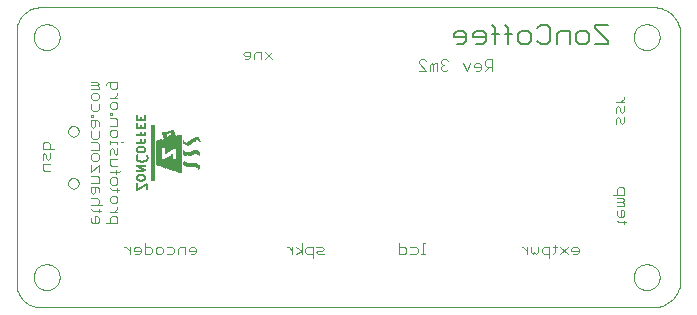
<source format=gbo>
G75*
%MOIN*%
%OFA0B0*%
%FSLAX24Y24*%
%IPPOS*%
%LPD*%
%AMOC8*
5,1,8,0,0,1.08239X$1,22.5*
%
%ADD10C,0.0000*%
%ADD11C,0.0060*%
%ADD12C,0.0030*%
%ADD13R,0.0005X0.0050*%
%ADD14R,0.0005X0.0060*%
%ADD15R,0.0005X0.0080*%
%ADD16R,0.0005X0.0100*%
%ADD17R,0.0005X0.0045*%
%ADD18R,0.0005X0.0130*%
%ADD19R,0.0005X0.0050*%
%ADD20R,0.0005X0.0180*%
%ADD21R,0.0005X0.0240*%
%ADD22R,0.0005X0.0110*%
%ADD23R,0.0005X0.0145*%
%ADD24R,0.0005X0.0125*%
%ADD25R,0.0005X0.0165*%
%ADD26R,0.0005X0.0140*%
%ADD27R,0.0005X0.0055*%
%ADD28R,0.0005X0.0135*%
%ADD29R,0.0005X0.0195*%
%ADD30R,0.0005X0.0150*%
%ADD31R,0.0005X0.0060*%
%ADD32R,0.0005X0.0070*%
%ADD33R,0.0005X0.0065*%
%ADD34R,0.0005X0.0055*%
%ADD35R,0.0005X0.0025*%
%ADD36R,0.0005X0.0020*%
%ADD37R,0.0005X0.0005*%
%ADD38R,0.0005X0.0075*%
%ADD39R,0.0005X0.0085*%
%ADD40R,0.0005X0.0090*%
%ADD41R,0.0005X0.0095*%
%ADD42R,0.0005X0.0160*%
%ADD43R,0.0005X0.0175*%
%ADD44R,0.0005X0.0120*%
%ADD45R,0.0005X0.0035*%
%ADD46R,0.0005X0.0040*%
%ADD47R,0.0005X0.0015*%
%ADD48R,0.0005X0.0210*%
%ADD49R,0.0005X0.0030*%
%ADD50R,0.0005X0.1840*%
%ADD51R,0.0005X0.0810*%
%ADD52R,0.0005X0.0815*%
%ADD53R,0.0005X0.0820*%
%ADD54R,0.0005X0.0825*%
%ADD55R,0.0005X0.0830*%
%ADD56R,0.0005X0.0835*%
%ADD57R,0.0005X0.0840*%
%ADD58R,0.0005X0.0845*%
%ADD59R,0.0005X0.0850*%
%ADD60R,0.0005X0.0860*%
%ADD61R,0.0005X0.0865*%
%ADD62R,0.0005X0.0870*%
%ADD63R,0.0005X0.0880*%
%ADD64R,0.0005X0.0890*%
%ADD65R,0.0005X0.0900*%
%ADD66R,0.0005X0.0910*%
%ADD67R,0.0005X0.0915*%
%ADD68R,0.0005X0.0920*%
%ADD69R,0.0005X0.0265*%
%ADD70R,0.0005X0.0275*%
%ADD71R,0.0005X0.0270*%
%ADD72R,0.0005X0.0280*%
%ADD73R,0.0005X0.0285*%
%ADD74R,0.0005X0.0290*%
%ADD75R,0.0005X0.0105*%
%ADD76R,0.0005X0.0295*%
%ADD77R,0.0005X0.0155*%
%ADD78R,0.0005X0.0190*%
%ADD79R,0.0005X0.0505*%
%ADD80R,0.0005X0.0510*%
%ADD81R,0.0005X0.0300*%
%ADD82R,0.0005X0.0515*%
%ADD83R,0.0005X0.0310*%
%ADD84R,0.0005X0.0315*%
%ADD85R,0.0005X0.0520*%
%ADD86R,0.0005X0.0325*%
%ADD87R,0.0005X0.0715*%
%ADD88R,0.0005X0.0330*%
%ADD89R,0.0005X0.0340*%
%ADD90R,0.0005X0.0620*%
%ADD91R,0.0005X0.0605*%
%ADD92R,0.0005X0.0345*%
%ADD93R,0.0005X0.0590*%
%ADD94R,0.0005X0.0575*%
%ADD95R,0.0005X0.0355*%
%ADD96R,0.0005X0.0560*%
%ADD97R,0.0005X0.0360*%
%ADD98R,0.0005X0.0545*%
%ADD99R,0.0005X0.0530*%
%ADD100R,0.0005X0.0370*%
%ADD101R,0.0005X0.0525*%
%ADD102R,0.0005X0.0375*%
%ADD103R,0.0005X0.0380*%
%ADD104R,0.0005X0.0385*%
%ADD105R,0.0005X0.0390*%
%ADD106R,0.0005X0.0395*%
%ADD107R,0.0005X0.0400*%
%ADD108R,0.0005X0.0405*%
%ADD109R,0.0005X0.0410*%
%ADD110R,0.0005X0.0420*%
%ADD111R,0.0005X0.0425*%
%ADD112R,0.0005X0.0435*%
%ADD113R,0.0005X0.0440*%
%ADD114R,0.0005X0.0445*%
%ADD115R,0.0005X0.0450*%
%ADD116R,0.0005X0.0455*%
%ADD117R,0.0005X0.0500*%
%ADD118R,0.0005X0.0460*%
%ADD119R,0.0005X0.0465*%
%ADD120R,0.0005X0.0470*%
%ADD121R,0.0005X0.0495*%
%ADD122R,0.0005X0.0475*%
%ADD123R,0.0005X0.0485*%
%ADD124R,0.0005X0.0490*%
%ADD125R,0.0005X0.0645*%
%ADD126R,0.0005X0.0640*%
%ADD127R,0.0005X0.0635*%
%ADD128R,0.0005X0.0535*%
%ADD129R,0.0005X0.0540*%
%ADD130R,0.0005X0.0630*%
%ADD131R,0.0005X0.0625*%
%ADD132R,0.0005X0.0610*%
%ADD133R,0.0005X0.0595*%
%ADD134R,0.0005X0.0480*%
%ADD135R,0.0005X0.0415*%
%ADD136R,0.0005X0.0430*%
%ADD137R,0.0005X0.1200*%
%ADD138R,0.0005X0.1205*%
%ADD139R,0.0005X0.1210*%
%ADD140R,0.0005X0.1220*%
%ADD141R,0.0005X0.1225*%
%ADD142R,0.0005X0.1230*%
%ADD143R,0.0005X0.1240*%
%ADD144R,0.0005X0.1250*%
%ADD145R,0.0005X0.1255*%
%ADD146R,0.0005X0.1260*%
%ADD147R,0.0005X0.1270*%
%ADD148R,0.0005X0.1275*%
%ADD149R,0.0005X0.1280*%
%ADD150R,0.0005X0.1285*%
%ADD151R,0.0005X0.0115*%
D10*
X002087Y001180D02*
X022383Y001180D01*
X023420Y001967D02*
X023420Y010389D01*
X023411Y010446D01*
X023398Y010502D01*
X023381Y010558D01*
X023361Y010612D01*
X023337Y010665D01*
X023310Y010716D01*
X023280Y010766D01*
X023247Y010813D01*
X023211Y010858D01*
X023173Y010901D01*
X023131Y010942D01*
X023088Y010980D01*
X023042Y011015D01*
X022993Y011047D01*
X022943Y011076D01*
X022891Y011101D01*
X022838Y011124D01*
X022783Y011143D01*
X022728Y011158D01*
X022671Y011170D01*
X022614Y011179D01*
X022556Y011184D01*
X022498Y011185D01*
X022441Y011183D01*
X022383Y011176D01*
X002087Y011176D01*
X002033Y011174D01*
X001980Y011169D01*
X001927Y011160D01*
X001875Y011147D01*
X001823Y011131D01*
X001773Y011111D01*
X001725Y011088D01*
X001678Y011061D01*
X001633Y011032D01*
X001590Y010999D01*
X001550Y010964D01*
X001512Y010926D01*
X001477Y010886D01*
X001444Y010843D01*
X001415Y010798D01*
X001388Y010751D01*
X001365Y010703D01*
X001345Y010653D01*
X001329Y010601D01*
X001316Y010549D01*
X001307Y010496D01*
X001302Y010443D01*
X001300Y010389D01*
X001300Y001967D01*
X001302Y001913D01*
X001307Y001860D01*
X001316Y001807D01*
X001329Y001755D01*
X001345Y001703D01*
X001365Y001653D01*
X001388Y001605D01*
X001415Y001558D01*
X001444Y001513D01*
X001477Y001470D01*
X001512Y001430D01*
X001550Y001392D01*
X001590Y001357D01*
X001633Y001324D01*
X001678Y001295D01*
X001725Y001268D01*
X001773Y001245D01*
X001823Y001225D01*
X001875Y001209D01*
X001927Y001196D01*
X001980Y001187D01*
X002033Y001182D01*
X002087Y001180D01*
X001867Y002180D02*
X001869Y002221D01*
X001875Y002262D01*
X001885Y002302D01*
X001898Y002341D01*
X001915Y002378D01*
X001936Y002414D01*
X001960Y002448D01*
X001987Y002479D01*
X002016Y002507D01*
X002049Y002533D01*
X002083Y002555D01*
X002120Y002574D01*
X002158Y002589D01*
X002198Y002601D01*
X002238Y002609D01*
X002279Y002613D01*
X002321Y002613D01*
X002362Y002609D01*
X002402Y002601D01*
X002442Y002589D01*
X002480Y002574D01*
X002516Y002555D01*
X002551Y002533D01*
X002584Y002507D01*
X002613Y002479D01*
X002640Y002448D01*
X002664Y002414D01*
X002685Y002378D01*
X002702Y002341D01*
X002715Y002302D01*
X002725Y002262D01*
X002731Y002221D01*
X002733Y002180D01*
X002731Y002139D01*
X002725Y002098D01*
X002715Y002058D01*
X002702Y002019D01*
X002685Y001982D01*
X002664Y001946D01*
X002640Y001912D01*
X002613Y001881D01*
X002584Y001853D01*
X002551Y001827D01*
X002517Y001805D01*
X002480Y001786D01*
X002442Y001771D01*
X002402Y001759D01*
X002362Y001751D01*
X002321Y001747D01*
X002279Y001747D01*
X002238Y001751D01*
X002198Y001759D01*
X002158Y001771D01*
X002120Y001786D01*
X002084Y001805D01*
X002049Y001827D01*
X002016Y001853D01*
X001987Y001881D01*
X001960Y001912D01*
X001936Y001946D01*
X001915Y001982D01*
X001898Y002019D01*
X001885Y002058D01*
X001875Y002098D01*
X001869Y002139D01*
X001867Y002180D01*
X003017Y005314D02*
X003019Y005340D01*
X003025Y005366D01*
X003035Y005391D01*
X003048Y005414D01*
X003064Y005434D01*
X003084Y005452D01*
X003106Y005467D01*
X003129Y005479D01*
X003155Y005487D01*
X003181Y005491D01*
X003207Y005491D01*
X003233Y005487D01*
X003259Y005479D01*
X003283Y005467D01*
X003304Y005452D01*
X003324Y005434D01*
X003340Y005414D01*
X003353Y005391D01*
X003363Y005366D01*
X003369Y005340D01*
X003371Y005314D01*
X003369Y005288D01*
X003363Y005262D01*
X003353Y005237D01*
X003340Y005214D01*
X003324Y005194D01*
X003304Y005176D01*
X003282Y005161D01*
X003259Y005149D01*
X003233Y005141D01*
X003207Y005137D01*
X003181Y005137D01*
X003155Y005141D01*
X003129Y005149D01*
X003105Y005161D01*
X003084Y005176D01*
X003064Y005194D01*
X003048Y005214D01*
X003035Y005237D01*
X003025Y005262D01*
X003019Y005288D01*
X003017Y005314D01*
X003017Y007046D02*
X003019Y007072D01*
X003025Y007098D01*
X003035Y007123D01*
X003048Y007146D01*
X003064Y007166D01*
X003084Y007184D01*
X003106Y007199D01*
X003129Y007211D01*
X003155Y007219D01*
X003181Y007223D01*
X003207Y007223D01*
X003233Y007219D01*
X003259Y007211D01*
X003283Y007199D01*
X003304Y007184D01*
X003324Y007166D01*
X003340Y007146D01*
X003353Y007123D01*
X003363Y007098D01*
X003369Y007072D01*
X003371Y007046D01*
X003369Y007020D01*
X003363Y006994D01*
X003353Y006969D01*
X003340Y006946D01*
X003324Y006926D01*
X003304Y006908D01*
X003282Y006893D01*
X003259Y006881D01*
X003233Y006873D01*
X003207Y006869D01*
X003181Y006869D01*
X003155Y006873D01*
X003129Y006881D01*
X003105Y006893D01*
X003084Y006908D01*
X003064Y006926D01*
X003048Y006946D01*
X003035Y006969D01*
X003025Y006994D01*
X003019Y007020D01*
X003017Y007046D01*
X001867Y010180D02*
X001869Y010221D01*
X001875Y010262D01*
X001885Y010302D01*
X001898Y010341D01*
X001915Y010378D01*
X001936Y010414D01*
X001960Y010448D01*
X001987Y010479D01*
X002016Y010507D01*
X002049Y010533D01*
X002083Y010555D01*
X002120Y010574D01*
X002158Y010589D01*
X002198Y010601D01*
X002238Y010609D01*
X002279Y010613D01*
X002321Y010613D01*
X002362Y010609D01*
X002402Y010601D01*
X002442Y010589D01*
X002480Y010574D01*
X002516Y010555D01*
X002551Y010533D01*
X002584Y010507D01*
X002613Y010479D01*
X002640Y010448D01*
X002664Y010414D01*
X002685Y010378D01*
X002702Y010341D01*
X002715Y010302D01*
X002725Y010262D01*
X002731Y010221D01*
X002733Y010180D01*
X002731Y010139D01*
X002725Y010098D01*
X002715Y010058D01*
X002702Y010019D01*
X002685Y009982D01*
X002664Y009946D01*
X002640Y009912D01*
X002613Y009881D01*
X002584Y009853D01*
X002551Y009827D01*
X002517Y009805D01*
X002480Y009786D01*
X002442Y009771D01*
X002402Y009759D01*
X002362Y009751D01*
X002321Y009747D01*
X002279Y009747D01*
X002238Y009751D01*
X002198Y009759D01*
X002158Y009771D01*
X002120Y009786D01*
X002084Y009805D01*
X002049Y009827D01*
X002016Y009853D01*
X001987Y009881D01*
X001960Y009912D01*
X001936Y009946D01*
X001915Y009982D01*
X001898Y010019D01*
X001885Y010058D01*
X001875Y010098D01*
X001869Y010139D01*
X001867Y010180D01*
X021867Y010180D02*
X021869Y010221D01*
X021875Y010262D01*
X021885Y010302D01*
X021898Y010341D01*
X021915Y010378D01*
X021936Y010414D01*
X021960Y010448D01*
X021987Y010479D01*
X022016Y010507D01*
X022049Y010533D01*
X022083Y010555D01*
X022120Y010574D01*
X022158Y010589D01*
X022198Y010601D01*
X022238Y010609D01*
X022279Y010613D01*
X022321Y010613D01*
X022362Y010609D01*
X022402Y010601D01*
X022442Y010589D01*
X022480Y010574D01*
X022516Y010555D01*
X022551Y010533D01*
X022584Y010507D01*
X022613Y010479D01*
X022640Y010448D01*
X022664Y010414D01*
X022685Y010378D01*
X022702Y010341D01*
X022715Y010302D01*
X022725Y010262D01*
X022731Y010221D01*
X022733Y010180D01*
X022731Y010139D01*
X022725Y010098D01*
X022715Y010058D01*
X022702Y010019D01*
X022685Y009982D01*
X022664Y009946D01*
X022640Y009912D01*
X022613Y009881D01*
X022584Y009853D01*
X022551Y009827D01*
X022517Y009805D01*
X022480Y009786D01*
X022442Y009771D01*
X022402Y009759D01*
X022362Y009751D01*
X022321Y009747D01*
X022279Y009747D01*
X022238Y009751D01*
X022198Y009759D01*
X022158Y009771D01*
X022120Y009786D01*
X022084Y009805D01*
X022049Y009827D01*
X022016Y009853D01*
X021987Y009881D01*
X021960Y009912D01*
X021936Y009946D01*
X021915Y009982D01*
X021898Y010019D01*
X021885Y010058D01*
X021875Y010098D01*
X021869Y010139D01*
X021867Y010180D01*
X021867Y002180D02*
X021869Y002221D01*
X021875Y002262D01*
X021885Y002302D01*
X021898Y002341D01*
X021915Y002378D01*
X021936Y002414D01*
X021960Y002448D01*
X021987Y002479D01*
X022016Y002507D01*
X022049Y002533D01*
X022083Y002555D01*
X022120Y002574D01*
X022158Y002589D01*
X022198Y002601D01*
X022238Y002609D01*
X022279Y002613D01*
X022321Y002613D01*
X022362Y002609D01*
X022402Y002601D01*
X022442Y002589D01*
X022480Y002574D01*
X022516Y002555D01*
X022551Y002533D01*
X022584Y002507D01*
X022613Y002479D01*
X022640Y002448D01*
X022664Y002414D01*
X022685Y002378D01*
X022702Y002341D01*
X022715Y002302D01*
X022725Y002262D01*
X022731Y002221D01*
X022733Y002180D01*
X022731Y002139D01*
X022725Y002098D01*
X022715Y002058D01*
X022702Y002019D01*
X022685Y001982D01*
X022664Y001946D01*
X022640Y001912D01*
X022613Y001881D01*
X022584Y001853D01*
X022551Y001827D01*
X022517Y001805D01*
X022480Y001786D01*
X022442Y001771D01*
X022402Y001759D01*
X022362Y001751D01*
X022321Y001747D01*
X022279Y001747D01*
X022238Y001751D01*
X022198Y001759D01*
X022158Y001771D01*
X022120Y001786D01*
X022084Y001805D01*
X022049Y001827D01*
X022016Y001853D01*
X021987Y001881D01*
X021960Y001912D01*
X021936Y001946D01*
X021915Y001982D01*
X021898Y002019D01*
X021885Y002058D01*
X021875Y002098D01*
X021869Y002139D01*
X021867Y002180D01*
X022383Y001180D02*
X022441Y001173D01*
X022498Y001171D01*
X022556Y001172D01*
X022614Y001177D01*
X022671Y001186D01*
X022728Y001198D01*
X022783Y001213D01*
X022838Y001232D01*
X022891Y001255D01*
X022943Y001280D01*
X022993Y001309D01*
X023042Y001341D01*
X023088Y001376D01*
X023131Y001414D01*
X023173Y001455D01*
X023211Y001498D01*
X023247Y001543D01*
X023280Y001590D01*
X023310Y001640D01*
X023337Y001691D01*
X023361Y001744D01*
X023381Y001798D01*
X023398Y001854D01*
X023411Y001910D01*
X023420Y001967D01*
D11*
X021020Y009960D02*
X020593Y009960D01*
X020375Y010067D02*
X020269Y009960D01*
X020055Y009960D01*
X019948Y010067D01*
X019948Y010280D01*
X020055Y010387D01*
X020269Y010387D01*
X020375Y010280D01*
X020375Y010067D01*
X020593Y010494D02*
X021020Y010067D01*
X021020Y009960D01*
X020593Y010494D02*
X020593Y010601D01*
X021020Y010601D01*
X019731Y010387D02*
X019731Y009960D01*
X019304Y009960D02*
X019304Y010280D01*
X019411Y010387D01*
X019731Y010387D01*
X019086Y010494D02*
X019086Y010067D01*
X018980Y009960D01*
X018766Y009960D01*
X018659Y010067D01*
X018442Y010067D02*
X018335Y009960D01*
X018122Y009960D01*
X018015Y010067D01*
X018015Y010280D01*
X018122Y010387D01*
X018335Y010387D01*
X018442Y010280D01*
X018442Y010067D01*
X017797Y010280D02*
X017584Y010280D01*
X017368Y010280D02*
X017154Y010280D01*
X016938Y010280D02*
X016938Y010067D01*
X016831Y009960D01*
X016618Y009960D01*
X016293Y010067D02*
X016293Y010280D01*
X016187Y010387D01*
X015973Y010387D01*
X015866Y010280D01*
X015866Y010174D01*
X016293Y010174D01*
X016293Y010067D02*
X016187Y009960D01*
X015973Y009960D01*
X016511Y010174D02*
X016938Y010174D01*
X016938Y010280D02*
X016831Y010387D01*
X016618Y010387D01*
X016511Y010280D01*
X016511Y010174D01*
X017154Y010601D02*
X017261Y010494D01*
X017261Y009960D01*
X017690Y009960D02*
X017690Y010494D01*
X017584Y010601D01*
X018659Y010494D02*
X018766Y010601D01*
X018980Y010601D01*
X019086Y010494D01*
D12*
X017160Y009440D02*
X016975Y009440D01*
X016913Y009379D01*
X016913Y009255D01*
X016975Y009193D01*
X017160Y009193D01*
X017160Y009070D02*
X017160Y009440D01*
X017037Y009193D02*
X016913Y009070D01*
X016792Y009132D02*
X016792Y009255D01*
X016730Y009317D01*
X016607Y009317D01*
X016545Y009255D01*
X016545Y009193D01*
X016792Y009193D01*
X016792Y009132D02*
X016730Y009070D01*
X016607Y009070D01*
X016300Y009070D02*
X016423Y009317D01*
X016176Y009317D02*
X016300Y009070D01*
X015687Y009132D02*
X015625Y009070D01*
X015502Y009070D01*
X015440Y009132D01*
X015440Y009193D01*
X015502Y009255D01*
X015563Y009255D01*
X015502Y009255D02*
X015440Y009317D01*
X015440Y009379D01*
X015502Y009440D01*
X015625Y009440D01*
X015687Y009379D01*
X015318Y009317D02*
X015257Y009317D01*
X015195Y009255D01*
X015133Y009317D01*
X015072Y009255D01*
X015072Y009070D01*
X014950Y009070D02*
X014703Y009317D01*
X014703Y009379D01*
X014765Y009440D01*
X014888Y009440D01*
X014950Y009379D01*
X015195Y009255D02*
X015195Y009070D01*
X015318Y009070D02*
X015318Y009317D01*
X014950Y009070D02*
X014703Y009070D01*
X009824Y009443D02*
X009577Y009690D01*
X009455Y009690D02*
X009455Y009443D01*
X009577Y009443D02*
X009824Y009690D01*
X009455Y009690D02*
X009270Y009690D01*
X009208Y009628D01*
X009208Y009443D01*
X009087Y009505D02*
X009025Y009443D01*
X008902Y009443D01*
X008902Y009567D02*
X009087Y009567D01*
X009087Y009505D02*
X009087Y009690D01*
X008902Y009690D01*
X008840Y009628D01*
X008902Y009567D01*
X004662Y008699D02*
X004662Y008513D01*
X004600Y008452D01*
X004477Y008452D01*
X004415Y008513D01*
X004415Y008699D01*
X004353Y008699D02*
X004662Y008699D01*
X004353Y008699D02*
X004292Y008637D01*
X004292Y008575D01*
X004037Y008513D02*
X004037Y008452D01*
X003790Y008452D01*
X003790Y008575D02*
X003975Y008575D01*
X004037Y008637D01*
X003975Y008699D01*
X003790Y008699D01*
X003975Y008575D02*
X004037Y008513D01*
X003975Y008330D02*
X004037Y008269D01*
X004037Y008145D01*
X003975Y008083D01*
X003852Y008083D01*
X003790Y008145D01*
X003790Y008269D01*
X003852Y008330D01*
X003975Y008330D01*
X004037Y007962D02*
X004037Y007777D01*
X003975Y007715D01*
X003852Y007715D01*
X003790Y007777D01*
X003790Y007962D01*
X004415Y007962D02*
X004415Y007838D01*
X004477Y007776D01*
X004600Y007776D01*
X004662Y007838D01*
X004662Y007962D01*
X004600Y008023D01*
X004477Y008023D01*
X004415Y007962D01*
X004415Y008145D02*
X004662Y008145D01*
X004662Y008268D02*
X004538Y008145D01*
X004662Y008268D02*
X004662Y008330D01*
X004477Y007654D02*
X004415Y007654D01*
X004415Y007592D01*
X004477Y007592D01*
X004477Y007654D01*
X004415Y007471D02*
X004600Y007471D01*
X004662Y007409D01*
X004662Y007224D01*
X004415Y007224D01*
X004477Y007103D02*
X004600Y007103D01*
X004662Y007041D01*
X004662Y006917D01*
X004600Y006856D01*
X004477Y006856D01*
X004415Y006917D01*
X004415Y007041D01*
X004477Y007103D01*
X004037Y007041D02*
X004037Y006856D01*
X003975Y006794D01*
X003852Y006794D01*
X003790Y006856D01*
X003790Y007041D01*
X003852Y007163D02*
X003913Y007224D01*
X003913Y007409D01*
X003975Y007409D02*
X003790Y007409D01*
X003790Y007224D01*
X003852Y007163D01*
X004037Y007224D02*
X004037Y007348D01*
X003975Y007409D01*
X003852Y007531D02*
X003852Y007593D01*
X003790Y007593D01*
X003790Y007531D01*
X003852Y007531D01*
X004415Y006734D02*
X004415Y006610D01*
X004415Y006672D02*
X004662Y006672D01*
X004662Y006610D01*
X004662Y006489D02*
X004662Y006304D01*
X004600Y006242D01*
X004538Y006304D01*
X004538Y006427D01*
X004477Y006489D01*
X004415Y006427D01*
X004415Y006242D01*
X004415Y006120D02*
X004662Y006120D01*
X004662Y005873D02*
X004477Y005873D01*
X004415Y005935D01*
X004415Y006120D01*
X004037Y006119D02*
X004037Y006243D01*
X003975Y006305D01*
X003852Y006305D01*
X003790Y006243D01*
X003790Y006119D01*
X003852Y006058D01*
X003975Y006058D01*
X004037Y006119D01*
X004037Y005936D02*
X003790Y005689D01*
X003790Y005936D01*
X004037Y005936D02*
X004037Y005689D01*
X003975Y005568D02*
X004037Y005506D01*
X004037Y005321D01*
X003790Y005321D01*
X003790Y005200D02*
X003790Y005014D01*
X003852Y004953D01*
X003913Y005014D01*
X003913Y005200D01*
X003975Y005200D02*
X003790Y005200D01*
X003975Y005200D02*
X004037Y005138D01*
X004037Y005014D01*
X004415Y005138D02*
X004477Y005076D01*
X004724Y005076D01*
X004662Y005014D02*
X004662Y005138D01*
X004600Y005260D02*
X004477Y005260D01*
X004415Y005321D01*
X004415Y005445D01*
X004477Y005506D01*
X004600Y005506D01*
X004662Y005445D01*
X004662Y005321D01*
X004600Y005260D01*
X004600Y004893D02*
X004477Y004893D01*
X004415Y004831D01*
X004415Y004707D01*
X004477Y004646D01*
X004600Y004646D01*
X004662Y004707D01*
X004662Y004831D01*
X004600Y004893D01*
X004037Y004770D02*
X004037Y004646D01*
X003975Y004584D01*
X004037Y004462D02*
X004037Y004339D01*
X004099Y004401D02*
X003852Y004401D01*
X003790Y004462D01*
X003790Y004584D02*
X004160Y004584D01*
X004415Y004339D02*
X004662Y004339D01*
X004662Y004462D02*
X004538Y004339D01*
X004477Y004217D02*
X004415Y004156D01*
X004415Y003971D01*
X004292Y003971D02*
X004662Y003971D01*
X004662Y004156D01*
X004600Y004217D01*
X004477Y004217D01*
X004037Y004156D02*
X003975Y004217D01*
X003913Y004217D01*
X003913Y003971D01*
X003852Y003971D02*
X003975Y003971D01*
X004037Y004032D01*
X004037Y004156D01*
X003790Y004156D02*
X003790Y004032D01*
X003852Y003971D01*
X004662Y004462D02*
X004662Y004524D01*
X004037Y004770D02*
X003975Y004831D01*
X003790Y004831D01*
X003790Y005568D02*
X003975Y005568D01*
X004415Y005690D02*
X004724Y005690D01*
X004785Y005751D01*
X004600Y005751D02*
X004600Y005628D01*
X004037Y006426D02*
X003790Y006426D01*
X003790Y006673D02*
X003975Y006673D01*
X004037Y006611D01*
X004037Y006426D01*
X004785Y006672D02*
X004847Y006672D01*
X002535Y006452D02*
X002165Y006452D01*
X002165Y006637D01*
X002227Y006699D01*
X002350Y006699D01*
X002412Y006637D01*
X002412Y006452D01*
X002412Y006330D02*
X002412Y006145D01*
X002350Y006083D01*
X002288Y006145D01*
X002288Y006269D01*
X002227Y006330D01*
X002165Y006269D01*
X002165Y006083D01*
X002165Y005962D02*
X002412Y005962D01*
X002412Y005715D02*
X002227Y005715D01*
X002165Y005777D01*
X002165Y005962D01*
X005565Y003315D02*
X005565Y002945D01*
X005750Y002945D01*
X005812Y003007D01*
X005812Y003130D01*
X005750Y003192D01*
X005565Y003192D01*
X005443Y003130D02*
X005443Y003007D01*
X005382Y002945D01*
X005258Y002945D01*
X005197Y003068D02*
X005443Y003068D01*
X005443Y003130D02*
X005382Y003192D01*
X005258Y003192D01*
X005197Y003130D01*
X005197Y003068D01*
X005075Y003068D02*
X004952Y003192D01*
X004890Y003192D01*
X005075Y003192D02*
X005075Y002945D01*
X005933Y003007D02*
X005933Y003130D01*
X005995Y003192D01*
X006118Y003192D01*
X006180Y003130D01*
X006180Y003007D01*
X006118Y002945D01*
X005995Y002945D01*
X005933Y003007D01*
X006301Y002945D02*
X006487Y002945D01*
X006548Y003007D01*
X006548Y003130D01*
X006487Y003192D01*
X006301Y003192D01*
X006670Y003130D02*
X006670Y002945D01*
X006670Y003130D02*
X006732Y003192D01*
X006917Y003192D01*
X006917Y002945D01*
X007038Y003068D02*
X007285Y003068D01*
X007285Y003007D02*
X007285Y003130D01*
X007223Y003192D01*
X007100Y003192D01*
X007038Y003130D01*
X007038Y003068D01*
X007100Y002945D02*
X007223Y002945D01*
X007285Y003007D01*
X010306Y003192D02*
X010368Y003192D01*
X010491Y003068D01*
X010491Y002945D02*
X010491Y003192D01*
X010613Y003192D02*
X010798Y003068D01*
X010613Y002945D01*
X010798Y002945D02*
X010798Y003315D01*
X010982Y003192D02*
X010920Y003130D01*
X010920Y003007D01*
X010982Y002945D01*
X011167Y002945D01*
X011167Y002822D02*
X011167Y003192D01*
X010982Y003192D01*
X011288Y003192D02*
X011473Y003192D01*
X011535Y003130D01*
X011473Y003068D01*
X011350Y003068D01*
X011288Y003007D01*
X011350Y002945D01*
X011535Y002945D01*
X014049Y002945D02*
X014234Y002945D01*
X014296Y003007D01*
X014296Y003130D01*
X014234Y003192D01*
X014049Y003192D01*
X014049Y003315D02*
X014049Y002945D01*
X014418Y002945D02*
X014603Y002945D01*
X014664Y003007D01*
X014664Y003130D01*
X014603Y003192D01*
X014418Y003192D01*
X014787Y002945D02*
X014910Y002945D01*
X014848Y002945D02*
X014848Y003315D01*
X014910Y003315D01*
X018131Y003192D02*
X018193Y003192D01*
X018316Y003068D01*
X018316Y002945D02*
X018316Y003192D01*
X018438Y003192D02*
X018438Y003007D01*
X018499Y002945D01*
X018561Y003007D01*
X018623Y002945D01*
X018685Y003007D01*
X018685Y003192D01*
X018806Y003130D02*
X018806Y003007D01*
X018868Y002945D01*
X019053Y002945D01*
X019175Y002945D02*
X019237Y003007D01*
X019237Y003254D01*
X019298Y003192D02*
X019175Y003192D01*
X019053Y003192D02*
X018868Y003192D01*
X018806Y003130D01*
X019053Y003192D02*
X019053Y002822D01*
X019420Y002945D02*
X019667Y003192D01*
X019788Y003130D02*
X019788Y003068D01*
X020035Y003068D01*
X020035Y003007D02*
X020035Y003130D01*
X019973Y003192D01*
X019850Y003192D01*
X019788Y003130D01*
X019850Y002945D02*
X019973Y002945D01*
X020035Y003007D01*
X019667Y002945D02*
X019420Y003192D01*
X021315Y004068D02*
X021377Y004007D01*
X021624Y004007D01*
X021562Y004068D02*
X021562Y003945D01*
X021500Y004191D02*
X021377Y004191D01*
X021315Y004252D01*
X021315Y004376D01*
X021438Y004437D02*
X021438Y004191D01*
X021500Y004191D02*
X021562Y004252D01*
X021562Y004376D01*
X021500Y004437D01*
X021438Y004437D01*
X021315Y004559D02*
X021562Y004559D01*
X021562Y004621D01*
X021500Y004682D01*
X021562Y004744D01*
X021500Y004806D01*
X021315Y004806D01*
X021315Y004927D02*
X021315Y005112D01*
X021377Y005174D01*
X021500Y005174D01*
X021562Y005112D01*
X021562Y004927D01*
X021192Y004927D01*
X021315Y004682D02*
X021500Y004682D01*
X021475Y007276D02*
X021537Y007338D01*
X021537Y007523D01*
X021475Y007645D02*
X021413Y007706D01*
X021413Y007830D01*
X021352Y007892D01*
X021290Y007830D01*
X021290Y007645D01*
X021352Y007523D02*
X021413Y007462D01*
X021413Y007338D01*
X021475Y007276D01*
X021290Y007276D02*
X021290Y007462D01*
X021352Y007523D01*
X021475Y007645D02*
X021537Y007706D01*
X021537Y007892D01*
X021537Y008013D02*
X021290Y008013D01*
X021413Y008013D02*
X021537Y008137D01*
X021537Y008198D01*
D13*
X005300Y006433D03*
X005300Y005493D03*
D14*
X005300Y006158D03*
D15*
X005340Y006098D03*
X005375Y005873D03*
X005380Y005873D03*
X005570Y005748D03*
X005575Y005748D03*
X005580Y005748D03*
X005305Y005493D03*
X005305Y006433D03*
X006470Y007033D03*
X006890Y006663D03*
X007415Y006748D03*
X007410Y005848D03*
D16*
X007270Y005918D03*
X007120Y005908D03*
X007115Y005908D03*
X007045Y005908D03*
X007040Y005908D03*
X006900Y005983D03*
X006980Y006278D03*
X006985Y006278D03*
X006990Y006278D03*
X007000Y006273D03*
X007005Y006273D03*
X007010Y006273D03*
X007015Y006273D03*
X007020Y006273D03*
X007025Y006273D03*
X007030Y006273D03*
X007035Y006273D03*
X006965Y006283D03*
X007255Y006343D03*
X007260Y006343D03*
X007300Y006343D03*
X007305Y006343D03*
X007310Y006343D03*
X007315Y006343D03*
X007320Y006343D03*
X007335Y006338D03*
X007020Y006633D03*
X007015Y006633D03*
X007010Y006633D03*
X007005Y006633D03*
X007000Y006633D03*
X006960Y006633D03*
X007290Y006778D03*
X007295Y006778D03*
X007300Y006778D03*
X007305Y006778D03*
X007310Y006778D03*
X007315Y006778D03*
X007330Y006778D03*
X007335Y006778D03*
X007340Y006778D03*
X007345Y006778D03*
X007365Y006773D03*
X007380Y006768D03*
X005695Y006163D03*
X005305Y006158D03*
X005310Y006433D03*
X005310Y005493D03*
D17*
X005360Y005560D03*
X005370Y005565D03*
X005380Y005570D03*
X005395Y005575D03*
X005400Y005575D03*
X005415Y005580D03*
X005420Y005580D03*
X005425Y005580D03*
X005505Y005580D03*
X005510Y005580D03*
X005530Y005575D03*
X005535Y005575D03*
X005545Y005570D03*
X005550Y005570D03*
X005560Y005565D03*
X005570Y005425D03*
X005560Y005420D03*
X005550Y005415D03*
X005535Y005410D03*
X005530Y005410D03*
X005515Y005405D03*
X005510Y005405D03*
X005485Y005400D03*
X005480Y005400D03*
X005475Y005400D03*
X005470Y005400D03*
X005465Y005400D03*
X005460Y005400D03*
X005455Y005400D03*
X005450Y005400D03*
X005445Y005400D03*
X005440Y005400D03*
X005420Y005405D03*
X005415Y005405D03*
X005410Y005405D03*
X005400Y005410D03*
X005395Y005410D03*
X005390Y005410D03*
X005380Y005415D03*
X005375Y005415D03*
X005365Y005420D03*
X005365Y005730D03*
X005360Y005730D03*
X005355Y005730D03*
X005350Y005730D03*
X005345Y005730D03*
X005340Y005730D03*
X005335Y005730D03*
X005330Y005730D03*
X005325Y005730D03*
X005320Y005730D03*
X005315Y005730D03*
X005310Y005730D03*
X005370Y005730D03*
X005375Y005730D03*
X005380Y005730D03*
X005385Y005730D03*
X005390Y005730D03*
X005395Y005730D03*
X005400Y005730D03*
X005405Y005730D03*
X005410Y005730D03*
X005415Y005730D03*
X005420Y005730D03*
X005425Y005730D03*
X005430Y005730D03*
X005435Y005730D03*
X005440Y005730D03*
X005445Y005730D03*
X005450Y005730D03*
X005455Y005730D03*
X005460Y005730D03*
X005465Y005730D03*
X005470Y005730D03*
X005475Y005730D03*
X005480Y005730D03*
X005485Y005730D03*
X005490Y005730D03*
X005495Y005730D03*
X005500Y005730D03*
X005505Y005730D03*
X005510Y005730D03*
X005515Y005730D03*
X005520Y005730D03*
X005525Y005730D03*
X005530Y005730D03*
X005535Y005730D03*
X005505Y005795D03*
X005495Y005800D03*
X005485Y005805D03*
X005475Y005810D03*
X005465Y005815D03*
X005455Y005820D03*
X005445Y005825D03*
X005440Y005825D03*
X005430Y005830D03*
X005420Y005835D03*
X005410Y005840D03*
X005410Y005890D03*
X005415Y005890D03*
X005420Y005890D03*
X005425Y005890D03*
X005430Y005890D03*
X005435Y005890D03*
X005440Y005890D03*
X005445Y005890D03*
X005450Y005890D03*
X005455Y005890D03*
X005460Y005890D03*
X005465Y005890D03*
X005470Y005890D03*
X005475Y005890D03*
X005480Y005890D03*
X005485Y005890D03*
X005490Y005890D03*
X005495Y005890D03*
X005500Y005890D03*
X005505Y005890D03*
X005510Y005890D03*
X005515Y005890D03*
X005520Y005890D03*
X005525Y005890D03*
X005530Y005890D03*
X005535Y005890D03*
X005540Y005890D03*
X005545Y005890D03*
X005550Y005890D03*
X005555Y005890D03*
X005560Y005890D03*
X005565Y005890D03*
X005570Y005890D03*
X005575Y005890D03*
X005580Y005890D03*
X005585Y005890D03*
X005590Y005890D03*
X005595Y005890D03*
X005600Y005890D03*
X005605Y005890D03*
X005610Y005890D03*
X005615Y005890D03*
X005620Y005890D03*
X005445Y006035D03*
X005310Y005890D03*
X005345Y006230D03*
X005390Y006350D03*
X005395Y006350D03*
X005400Y006350D03*
X005410Y006345D03*
X005415Y006345D03*
X005420Y006345D03*
X005425Y006345D03*
X005430Y006345D03*
X005385Y006355D03*
X005380Y006355D03*
X005370Y006360D03*
X005360Y006365D03*
X005365Y006505D03*
X005375Y006510D03*
X005380Y006510D03*
X005390Y006515D03*
X005395Y006515D03*
X005410Y006520D03*
X005415Y006520D03*
X005420Y006520D03*
X005460Y006525D03*
X005465Y006525D03*
X005470Y006525D03*
X005510Y006520D03*
X005515Y006520D03*
X005530Y006515D03*
X005535Y006515D03*
X005550Y006510D03*
X005560Y006505D03*
X005570Y006500D03*
X005570Y006365D03*
X005560Y006360D03*
X005550Y006355D03*
X005545Y006355D03*
X005535Y006350D03*
X005530Y006350D03*
X005515Y006345D03*
X005510Y006345D03*
X005505Y006345D03*
X005505Y006910D03*
X005500Y006910D03*
X005495Y006910D03*
X005510Y006910D03*
X005515Y006910D03*
X005520Y006910D03*
X005525Y006910D03*
X005530Y006910D03*
X005535Y006910D03*
X005540Y006910D03*
X005545Y006910D03*
X005550Y006910D03*
X005555Y006910D03*
X005560Y006910D03*
X005565Y006910D03*
X005570Y006910D03*
X005575Y006910D03*
X005580Y006910D03*
X005445Y006910D03*
X005440Y006910D03*
X005435Y006910D03*
X005430Y006910D03*
X005425Y006910D03*
X005420Y006910D03*
X005415Y006910D03*
X005410Y006910D03*
X005405Y006910D03*
X005400Y006910D03*
X005395Y006910D03*
X005390Y006910D03*
X005385Y006910D03*
X005380Y006910D03*
X005375Y006910D03*
X005370Y006910D03*
X005365Y006910D03*
X005360Y006910D03*
X005355Y006910D03*
X005350Y006910D03*
X005345Y006910D03*
X005340Y006910D03*
X005335Y006910D03*
X005330Y006910D03*
X005325Y006910D03*
X005320Y006910D03*
X005315Y006910D03*
X005310Y006910D03*
X006890Y005970D03*
D18*
X006940Y005958D03*
X007355Y005878D03*
X007360Y005873D03*
X007365Y005868D03*
X007370Y005863D03*
X007400Y005838D03*
X007130Y006688D03*
X007135Y006693D03*
X007140Y006693D03*
X007145Y006698D03*
X007150Y006703D03*
X007155Y006708D03*
X007165Y006713D03*
X007170Y006718D03*
X007180Y006723D03*
X007185Y006728D03*
X007190Y006733D03*
X007195Y006733D03*
X007200Y006738D03*
X005690Y006163D03*
X005310Y006158D03*
X005605Y006433D03*
X005605Y005493D03*
D19*
X005580Y005553D03*
X005575Y005558D03*
X005570Y005558D03*
X005565Y005563D03*
X005555Y005568D03*
X005540Y005573D03*
X005525Y005578D03*
X005520Y005578D03*
X005515Y005578D03*
X005500Y005583D03*
X005495Y005583D03*
X005490Y005583D03*
X005485Y005583D03*
X005480Y005583D03*
X005475Y005583D03*
X005470Y005583D03*
X005465Y005583D03*
X005460Y005583D03*
X005455Y005583D03*
X005450Y005583D03*
X005445Y005583D03*
X005440Y005583D03*
X005435Y005583D03*
X005430Y005583D03*
X005410Y005578D03*
X005405Y005578D03*
X005390Y005573D03*
X005385Y005573D03*
X005375Y005568D03*
X005365Y005563D03*
X005355Y005558D03*
X005350Y005553D03*
X005350Y005433D03*
X005355Y005428D03*
X005360Y005423D03*
X005370Y005418D03*
X005385Y005413D03*
X005405Y005408D03*
X005425Y005403D03*
X005430Y005403D03*
X005435Y005403D03*
X005490Y005403D03*
X005495Y005403D03*
X005500Y005403D03*
X005505Y005403D03*
X005520Y005408D03*
X005525Y005408D03*
X005540Y005413D03*
X005545Y005413D03*
X005555Y005418D03*
X005565Y005423D03*
X005575Y005428D03*
X005580Y005433D03*
X005440Y005153D03*
X005430Y005148D03*
X005365Y005113D03*
X005355Y005108D03*
X005530Y005783D03*
X005535Y005783D03*
X005525Y005788D03*
X005520Y005788D03*
X005515Y005793D03*
X005510Y005793D03*
X005500Y005798D03*
X005490Y005803D03*
X005480Y005808D03*
X005470Y005813D03*
X005460Y005818D03*
X005450Y005823D03*
X005435Y005828D03*
X005425Y005833D03*
X005415Y005838D03*
X005320Y005888D03*
X005315Y005888D03*
X005395Y006048D03*
X005400Y006048D03*
X005390Y006053D03*
X005410Y006043D03*
X005415Y006043D03*
X005420Y006043D03*
X005425Y006038D03*
X005430Y006038D03*
X005435Y006038D03*
X005440Y006038D03*
X005450Y006033D03*
X005455Y006033D03*
X005460Y006033D03*
X005465Y006033D03*
X005470Y006033D03*
X005475Y006033D03*
X005480Y006033D03*
X005485Y006033D03*
X005490Y006033D03*
X005495Y006033D03*
X005500Y006033D03*
X005505Y006033D03*
X005510Y006033D03*
X005515Y006033D03*
X005520Y006033D03*
X005525Y006033D03*
X005530Y006033D03*
X005535Y006033D03*
X005540Y006033D03*
X005550Y006038D03*
X005555Y006038D03*
X005560Y006038D03*
X005565Y006038D03*
X005575Y006043D03*
X005580Y006043D03*
X005590Y006048D03*
X005605Y006053D03*
X005660Y006223D03*
X005575Y006368D03*
X005580Y006373D03*
X005565Y006363D03*
X005555Y006358D03*
X005540Y006353D03*
X005525Y006348D03*
X005520Y006348D03*
X005500Y006343D03*
X005495Y006343D03*
X005490Y006343D03*
X005485Y006343D03*
X005480Y006343D03*
X005475Y006343D03*
X005470Y006343D03*
X005465Y006343D03*
X005460Y006343D03*
X005455Y006343D03*
X005450Y006343D03*
X005445Y006343D03*
X005440Y006343D03*
X005435Y006343D03*
X005405Y006348D03*
X005375Y006358D03*
X005365Y006363D03*
X005355Y006368D03*
X005350Y006373D03*
X005355Y006498D03*
X005360Y006503D03*
X005370Y006508D03*
X005385Y006513D03*
X005400Y006518D03*
X005405Y006518D03*
X005425Y006523D03*
X005430Y006523D03*
X005435Y006523D03*
X005440Y006523D03*
X005445Y006523D03*
X005450Y006523D03*
X005455Y006523D03*
X005475Y006523D03*
X005480Y006523D03*
X005485Y006523D03*
X005490Y006523D03*
X005495Y006523D03*
X005500Y006523D03*
X005505Y006523D03*
X005520Y006518D03*
X005525Y006518D03*
X005540Y006513D03*
X005545Y006513D03*
X005555Y006508D03*
X005565Y006503D03*
X005575Y006498D03*
X005580Y006493D03*
X005580Y006668D03*
X005575Y006668D03*
X005570Y006668D03*
X005565Y006668D03*
X005560Y006668D03*
X005555Y006668D03*
X005550Y006668D03*
X005545Y006668D03*
X005540Y006668D03*
X005535Y006668D03*
X005530Y006668D03*
X005525Y006668D03*
X005520Y006668D03*
X005515Y006668D03*
X005510Y006668D03*
X005505Y006668D03*
X005500Y006668D03*
X005495Y006668D03*
X005450Y006668D03*
X005445Y006668D03*
X005440Y006668D03*
X005435Y006668D03*
X005430Y006668D03*
X005425Y006668D03*
X005420Y006668D03*
X005415Y006668D03*
X005410Y006668D03*
X005405Y006668D03*
X005400Y006668D03*
X005395Y006668D03*
X005390Y006668D03*
X005385Y006668D03*
X005380Y006668D03*
X005375Y006668D03*
X005370Y006668D03*
X005365Y006668D03*
X005360Y006668D03*
X005355Y006668D03*
X005350Y006668D03*
X005345Y006668D03*
X005340Y006668D03*
X005335Y006668D03*
X005330Y006668D03*
X005325Y006668D03*
X005320Y006668D03*
X005315Y006668D03*
X005310Y006668D03*
X005450Y006913D03*
X005450Y007153D03*
X005445Y007153D03*
X005440Y007153D03*
X005435Y007153D03*
X005430Y007153D03*
X005425Y007153D03*
X005420Y007153D03*
X005415Y007153D03*
X005410Y007153D03*
X005405Y007153D03*
X005400Y007153D03*
X005395Y007153D03*
X005390Y007153D03*
X005385Y007153D03*
X005380Y007153D03*
X005375Y007153D03*
X005370Y007153D03*
X005365Y007153D03*
X005360Y007153D03*
X005355Y007153D03*
X005350Y007153D03*
X005495Y007153D03*
X005500Y007153D03*
X005505Y007153D03*
X005510Y007153D03*
X005515Y007153D03*
X005520Y007153D03*
X005525Y007153D03*
X005530Y007153D03*
X005535Y007153D03*
X005540Y007153D03*
X005545Y007153D03*
X005550Y007153D03*
X005555Y007153D03*
X005560Y007153D03*
X005565Y007153D03*
X005570Y007153D03*
X005575Y007153D03*
X005580Y007153D03*
X005580Y007423D03*
X005575Y007423D03*
X005570Y007423D03*
X005565Y007423D03*
X005560Y007423D03*
X005555Y007423D03*
X005550Y007423D03*
X005545Y007423D03*
X005540Y007423D03*
X005535Y007423D03*
X005530Y007423D03*
X005525Y007423D03*
X005520Y007423D03*
X005515Y007423D03*
X005510Y007423D03*
X005505Y007423D03*
X005500Y007423D03*
X005495Y007423D03*
X005450Y007423D03*
X005445Y007423D03*
X005440Y007423D03*
X005435Y007423D03*
X005430Y007423D03*
X005425Y007423D03*
X005420Y007423D03*
X005415Y007423D03*
X005410Y007423D03*
X005405Y007423D03*
X005400Y007423D03*
X005395Y007423D03*
X005390Y007423D03*
X005385Y007423D03*
X005380Y007423D03*
X005375Y007423D03*
X005370Y007423D03*
X005365Y007423D03*
X005360Y007423D03*
X005355Y007423D03*
X005350Y007423D03*
X006195Y006958D03*
X007425Y006728D03*
D20*
X005675Y006168D03*
X005670Y006163D03*
X005665Y006158D03*
X005325Y006163D03*
X005325Y007218D03*
X005320Y007218D03*
X005315Y007218D03*
X005310Y007218D03*
X005330Y007218D03*
X005335Y007218D03*
X005340Y007218D03*
X005345Y007218D03*
X005345Y007488D03*
X005340Y007488D03*
X005335Y007488D03*
X005330Y007488D03*
X005325Y007488D03*
X005320Y007488D03*
X005315Y007488D03*
X005310Y007488D03*
D21*
X005315Y005198D03*
X005320Y005198D03*
X005325Y005198D03*
X005330Y005198D03*
X005335Y005198D03*
X005340Y005198D03*
X005345Y005198D03*
D22*
X005315Y005493D03*
X005615Y005493D03*
X006980Y005928D03*
X006990Y005923D03*
X007000Y005918D03*
X007160Y005913D03*
X007195Y005918D03*
X007305Y005908D03*
X007310Y005908D03*
X007315Y005903D03*
X007320Y005903D03*
X007325Y005898D03*
X007405Y006298D03*
X007400Y006303D03*
X007395Y006308D03*
X007385Y006313D03*
X007380Y006318D03*
X007370Y006323D03*
X007360Y006328D03*
X007235Y006338D03*
X007230Y006338D03*
X007220Y006333D03*
X007215Y006333D03*
X007205Y006328D03*
X007200Y006328D03*
X007190Y006323D03*
X007175Y006318D03*
X007165Y006313D03*
X007150Y006308D03*
X007140Y006303D03*
X007130Y006298D03*
X007125Y006298D03*
X007115Y006293D03*
X007110Y006293D03*
X007105Y006288D03*
X007100Y006288D03*
X007095Y006288D03*
X007085Y006283D03*
X007080Y006283D03*
X006925Y006303D03*
X006920Y006308D03*
X006915Y006308D03*
X006910Y006313D03*
X006905Y006318D03*
X006900Y006323D03*
X006880Y006338D03*
X007050Y006643D03*
X007055Y006643D03*
X007060Y006648D03*
X007065Y006648D03*
X007245Y006763D03*
X007255Y006768D03*
X007260Y006768D03*
X007270Y006773D03*
X005615Y006433D03*
X005315Y006433D03*
D23*
X005330Y006435D03*
X005315Y006160D03*
X005685Y006165D03*
X005330Y005490D03*
X006910Y005995D03*
X006915Y005990D03*
X007390Y005840D03*
X005490Y007200D03*
X005485Y007200D03*
X005480Y007200D03*
X005475Y007200D03*
X005470Y007200D03*
X005465Y007200D03*
X005460Y007200D03*
X005455Y007200D03*
X005455Y007470D03*
X005460Y007470D03*
X005465Y007470D03*
X005470Y007470D03*
X005475Y007470D03*
X005480Y007470D03*
X005485Y007470D03*
X005490Y007470D03*
D24*
X006215Y006930D03*
X006485Y007015D03*
X007105Y006670D03*
X007110Y006675D03*
X007115Y006675D03*
X007120Y006680D03*
X007125Y006685D03*
X007205Y006740D03*
X007210Y006745D03*
X007220Y006750D03*
X006945Y005955D03*
X006950Y005950D03*
X006955Y005945D03*
X005320Y005490D03*
X005320Y006435D03*
D25*
X005320Y006160D03*
X005680Y006165D03*
D26*
X005600Y006433D03*
X005485Y006713D03*
X005480Y006713D03*
X005475Y006713D03*
X005470Y006713D03*
X005465Y006713D03*
X005460Y006713D03*
X005455Y006713D03*
X006220Y006923D03*
X006920Y005983D03*
X006925Y005978D03*
X007380Y005853D03*
X007385Y005848D03*
X005600Y005493D03*
X005325Y005493D03*
D27*
X005345Y005550D03*
X005345Y005435D03*
X005505Y005190D03*
X005510Y005190D03*
X005515Y005195D03*
X005520Y005195D03*
X005525Y005200D03*
X005535Y005205D03*
X005545Y005210D03*
X005550Y005215D03*
X005555Y005215D03*
X005560Y005220D03*
X005570Y005225D03*
X005580Y005230D03*
X005585Y005235D03*
X005595Y005240D03*
X005605Y005245D03*
X005610Y005250D03*
X005615Y005250D03*
X005620Y005255D03*
X005630Y005260D03*
X005635Y005265D03*
X005645Y005270D03*
X005500Y005185D03*
X005490Y005180D03*
X005485Y005175D03*
X005480Y005175D03*
X005475Y005170D03*
X005470Y005170D03*
X005465Y005165D03*
X005460Y005165D03*
X005455Y005160D03*
X005450Y005160D03*
X005445Y005155D03*
X005435Y005150D03*
X005425Y005145D03*
X005420Y005140D03*
X005415Y005140D03*
X005410Y005135D03*
X005405Y005135D03*
X005400Y005130D03*
X005395Y005130D03*
X005390Y005125D03*
X005385Y005125D03*
X005380Y005120D03*
X005375Y005120D03*
X005370Y005115D03*
X005360Y005110D03*
X005330Y005885D03*
X005325Y005885D03*
X005380Y006055D03*
X005385Y006055D03*
X005375Y006060D03*
X005370Y006065D03*
X005365Y006065D03*
X005360Y006070D03*
X005405Y006045D03*
X005545Y006035D03*
X005570Y006040D03*
X005585Y006045D03*
X005595Y006050D03*
X005600Y006050D03*
X005610Y006055D03*
X005615Y006060D03*
X005620Y006060D03*
X005625Y006065D03*
X005635Y006070D03*
X005700Y006160D03*
X005585Y006380D03*
X005345Y006375D03*
X005345Y006490D03*
X005350Y006495D03*
X006880Y006685D03*
X007415Y005855D03*
D28*
X007375Y005860D03*
X006935Y005965D03*
X006930Y005970D03*
X007160Y006710D03*
X007175Y006720D03*
X006490Y007010D03*
X005490Y006955D03*
X005485Y006955D03*
X005480Y006955D03*
X005475Y006955D03*
X005470Y006955D03*
X005465Y006955D03*
X005460Y006955D03*
X005455Y006955D03*
X005490Y006710D03*
X005325Y006435D03*
D29*
X005330Y006165D03*
X005335Y006160D03*
D30*
X005335Y006433D03*
X005595Y006433D03*
X006495Y007003D03*
X007395Y005833D03*
X005595Y005493D03*
X005335Y005493D03*
D31*
X005340Y005543D03*
X005340Y005443D03*
X005585Y005438D03*
X005585Y005548D03*
X005615Y005738D03*
X005620Y005738D03*
X005340Y005883D03*
X005335Y005883D03*
X005355Y006073D03*
X005630Y006068D03*
X005640Y006073D03*
X005645Y006078D03*
X005650Y006083D03*
X005340Y006383D03*
X005340Y006483D03*
X005585Y006488D03*
X006450Y007033D03*
X005650Y005273D03*
X005640Y005268D03*
X005625Y005258D03*
X005600Y005243D03*
X005590Y005238D03*
X005575Y005228D03*
X005565Y005223D03*
X005540Y005208D03*
X005530Y005203D03*
X005495Y005183D03*
D32*
X005625Y005493D03*
X005600Y005743D03*
X005595Y005743D03*
X005360Y005878D03*
X005355Y005878D03*
X005345Y006088D03*
X005340Y006223D03*
X005660Y006098D03*
X005625Y006433D03*
X006200Y006953D03*
X006335Y006993D03*
X006340Y006993D03*
X006350Y006998D03*
X006355Y006998D03*
X006360Y007003D03*
X006365Y007003D03*
X006370Y007003D03*
X006375Y007008D03*
X006380Y007008D03*
X006390Y007013D03*
X006395Y007013D03*
X006405Y007018D03*
X006410Y007018D03*
X006420Y007023D03*
X006895Y005978D03*
D33*
X006885Y006675D03*
X007420Y006735D03*
X006465Y007035D03*
X006460Y007035D03*
X006455Y007035D03*
X006445Y007030D03*
X006440Y007030D03*
X006435Y007025D03*
X006430Y007025D03*
X006425Y007025D03*
X006415Y007020D03*
X006400Y007015D03*
X006385Y007010D03*
X005590Y006480D03*
X005590Y006385D03*
X005655Y006090D03*
X005350Y006080D03*
X005350Y005880D03*
X005345Y005880D03*
X005605Y005740D03*
X005610Y005740D03*
X005590Y005540D03*
X005590Y005445D03*
D34*
X005350Y005105D03*
D35*
X005350Y006235D03*
X007420Y005860D03*
D36*
X007435Y006703D03*
X006870Y006708D03*
X006185Y006973D03*
X005355Y006238D03*
D37*
X005360Y006240D03*
X007440Y006695D03*
D38*
X006345Y006995D03*
X006330Y006990D03*
X006325Y006990D03*
X006320Y006985D03*
X006315Y006985D03*
X006310Y006985D03*
X006305Y006980D03*
X005370Y005875D03*
X005365Y005875D03*
X005585Y005745D03*
X005590Y005745D03*
D39*
X005565Y005750D03*
X005560Y005750D03*
X005390Y005870D03*
X005385Y005870D03*
X006205Y006945D03*
D40*
X006895Y006658D03*
X007405Y006758D03*
X005620Y006433D03*
X005400Y005868D03*
X005395Y005868D03*
X005550Y005753D03*
X005555Y005753D03*
X005620Y005493D03*
D41*
X005545Y005755D03*
X005540Y005755D03*
X005405Y005865D03*
X006900Y006655D03*
X006905Y006650D03*
X006910Y006650D03*
X006915Y006645D03*
X006920Y006645D03*
X006925Y006640D03*
X006930Y006640D03*
X006935Y006640D03*
X006940Y006635D03*
X006945Y006635D03*
X006950Y006635D03*
X006955Y006635D03*
X006965Y006630D03*
X006970Y006630D03*
X006975Y006630D03*
X006980Y006630D03*
X006985Y006630D03*
X006990Y006630D03*
X006995Y006630D03*
X007320Y006780D03*
X007325Y006780D03*
X007350Y006775D03*
X007355Y006775D03*
X007360Y006775D03*
X007370Y006770D03*
X007375Y006770D03*
X007385Y006765D03*
X007390Y006765D03*
X007395Y006760D03*
X007400Y006760D03*
X007410Y006755D03*
X006475Y007025D03*
D42*
X005620Y006968D03*
X005615Y006968D03*
X005610Y006968D03*
X005605Y006968D03*
X005600Y006968D03*
X005595Y006968D03*
X005590Y006968D03*
X005585Y006968D03*
X005585Y006723D03*
X005590Y006723D03*
X005595Y006723D03*
X005600Y006723D03*
X005605Y006723D03*
X005610Y006723D03*
X005615Y006723D03*
X005620Y006723D03*
D43*
X006230Y006910D03*
X005620Y007215D03*
X005615Y007215D03*
X005610Y007215D03*
X005605Y007215D03*
X005600Y007215D03*
X005595Y007215D03*
X005590Y007215D03*
X005585Y007215D03*
X005585Y007485D03*
X005590Y007485D03*
X005595Y007485D03*
X005600Y007485D03*
X005605Y007485D03*
X005610Y007485D03*
X005615Y007485D03*
X005620Y007485D03*
D44*
X007085Y006658D03*
X007090Y006663D03*
X007095Y006663D03*
X007100Y006668D03*
X007215Y006748D03*
X007225Y006753D03*
X007235Y006758D03*
X006905Y005988D03*
X006960Y005943D03*
X006965Y005938D03*
X007335Y005893D03*
X007340Y005888D03*
X007345Y005888D03*
X007350Y005883D03*
X005610Y005493D03*
X005610Y006433D03*
D45*
X006190Y006965D03*
X006875Y006695D03*
X007430Y006715D03*
X005630Y005490D03*
D46*
X005630Y006433D03*
D47*
X005650Y006235D03*
X006885Y005965D03*
D48*
X005690Y005198D03*
X005685Y005198D03*
X005680Y005198D03*
X005675Y005198D03*
X005670Y005198D03*
X005665Y005198D03*
X005660Y005198D03*
X005655Y005198D03*
D49*
X005655Y006228D03*
D50*
X005800Y006333D03*
X005805Y006333D03*
X005810Y006333D03*
X005815Y006333D03*
X005820Y006333D03*
X005825Y006333D03*
X005830Y006333D03*
X005835Y006333D03*
X005840Y006333D03*
X005845Y006333D03*
X005850Y006333D03*
X005855Y006333D03*
X005860Y006333D03*
X005865Y006333D03*
X005870Y006333D03*
X005875Y006333D03*
X005880Y006333D03*
X005885Y006333D03*
X005890Y006333D03*
X005895Y006333D03*
X005900Y006333D03*
X005905Y006333D03*
X005910Y006333D03*
D51*
X005965Y006308D03*
D52*
X005970Y006310D03*
D53*
X005975Y006308D03*
X005980Y006308D03*
D54*
X005985Y006310D03*
X005990Y006310D03*
D55*
X005995Y006308D03*
X006000Y006308D03*
D56*
X006005Y006310D03*
D57*
X006010Y006308D03*
X006015Y006308D03*
X006020Y006308D03*
D58*
X006025Y006310D03*
D59*
X006030Y006308D03*
X006035Y006308D03*
X006040Y006308D03*
D60*
X006045Y006308D03*
X006050Y006308D03*
X006055Y006308D03*
D61*
X006060Y006310D03*
D62*
X006065Y006308D03*
X006070Y006308D03*
X006075Y006308D03*
D63*
X006080Y006308D03*
X006085Y006308D03*
X006090Y006308D03*
X006095Y006308D03*
D64*
X006100Y006308D03*
X006105Y006308D03*
X006110Y006308D03*
D65*
X006115Y006308D03*
X006120Y006308D03*
X006125Y006308D03*
X006130Y006308D03*
D66*
X006135Y006308D03*
X006140Y006308D03*
X006145Y006308D03*
D67*
X006150Y006305D03*
D68*
X006155Y006308D03*
X006160Y006308D03*
D69*
X006165Y005980D03*
D70*
X006185Y005975D03*
X006190Y005975D03*
X006195Y005975D03*
X006200Y005975D03*
X006165Y006630D03*
D71*
X006170Y005978D03*
X006175Y005978D03*
X006180Y005978D03*
D72*
X006205Y005973D03*
X006210Y005973D03*
X006215Y005973D03*
X006185Y006633D03*
X006180Y006633D03*
X006175Y006633D03*
X006170Y006633D03*
D73*
X006190Y006635D03*
X006195Y006635D03*
X006200Y006635D03*
X006205Y006635D03*
X006220Y005970D03*
X006225Y005970D03*
X006230Y005970D03*
D74*
X006235Y005968D03*
X006240Y005968D03*
X006245Y005968D03*
X006250Y005968D03*
X006220Y006638D03*
X006215Y006638D03*
X006210Y006638D03*
D75*
X006210Y006935D03*
X006480Y007020D03*
X007025Y006635D03*
X007030Y006635D03*
X007035Y006635D03*
X007040Y006640D03*
X007045Y006640D03*
X007265Y006770D03*
X007275Y006775D03*
X007280Y006775D03*
X007285Y006775D03*
X007285Y006345D03*
X007280Y006345D03*
X007275Y006345D03*
X007270Y006345D03*
X007265Y006345D03*
X007250Y006340D03*
X007245Y006340D03*
X007240Y006340D03*
X007225Y006335D03*
X007290Y006345D03*
X007295Y006345D03*
X007325Y006340D03*
X007330Y006340D03*
X007340Y006335D03*
X007345Y006335D03*
X007350Y006330D03*
X007355Y006330D03*
X007365Y006325D03*
X007375Y006320D03*
X007390Y006310D03*
X007090Y006285D03*
X007075Y006280D03*
X007070Y006280D03*
X007065Y006280D03*
X007060Y006275D03*
X007055Y006275D03*
X007050Y006275D03*
X007045Y006275D03*
X007040Y006275D03*
X006995Y006275D03*
X006975Y006280D03*
X006970Y006280D03*
X006960Y006285D03*
X006955Y006285D03*
X006950Y006290D03*
X006945Y006290D03*
X006940Y006295D03*
X006935Y006295D03*
X006930Y006300D03*
X006995Y005920D03*
X007005Y005915D03*
X007010Y005915D03*
X007015Y005915D03*
X007020Y005910D03*
X007025Y005910D03*
X007030Y005910D03*
X007035Y005910D03*
X007050Y005905D03*
X007055Y005905D03*
X007060Y005905D03*
X007065Y005905D03*
X007070Y005905D03*
X007075Y005905D03*
X007080Y005905D03*
X007085Y005905D03*
X007090Y005905D03*
X007095Y005905D03*
X007100Y005905D03*
X007105Y005905D03*
X007110Y005905D03*
X007125Y005910D03*
X007130Y005910D03*
X007135Y005910D03*
X007140Y005910D03*
X007145Y005910D03*
X007150Y005910D03*
X007155Y005910D03*
X007165Y005915D03*
X007170Y005915D03*
X007175Y005915D03*
X007180Y005915D03*
X007185Y005915D03*
X007190Y005915D03*
X007200Y005920D03*
X007205Y005920D03*
X007210Y005920D03*
X007215Y005920D03*
X007220Y005920D03*
X007225Y005920D03*
X007230Y005920D03*
X007235Y005920D03*
X007240Y005920D03*
X007245Y005920D03*
X007250Y005920D03*
X007255Y005920D03*
X007260Y005920D03*
X007265Y005920D03*
X007275Y005915D03*
X007280Y005915D03*
X007285Y005915D03*
X007290Y005915D03*
X007295Y005910D03*
X007300Y005910D03*
X007405Y005845D03*
D76*
X006255Y005965D03*
X006235Y006640D03*
X006230Y006640D03*
X006225Y006640D03*
D77*
X006225Y006915D03*
D78*
X006235Y006903D03*
D79*
X006240Y006745D03*
X006245Y006745D03*
X006420Y006635D03*
X006425Y006635D03*
X006430Y006640D03*
X006440Y006645D03*
X006485Y006005D03*
D80*
X006490Y006008D03*
X006495Y006008D03*
X006410Y006628D03*
X006405Y006628D03*
X006415Y006633D03*
X006260Y006748D03*
X006255Y006748D03*
X006250Y006748D03*
D81*
X006260Y005968D03*
X006265Y005968D03*
D82*
X006385Y006615D03*
X006390Y006620D03*
X006395Y006620D03*
X006400Y006625D03*
X006275Y006750D03*
X006270Y006750D03*
X006265Y006750D03*
X006580Y006735D03*
D83*
X006275Y005968D03*
X006270Y005968D03*
D84*
X006280Y005970D03*
X006285Y005970D03*
D85*
X006500Y006008D03*
X006360Y006603D03*
X006370Y006608D03*
X006375Y006613D03*
X006380Y006613D03*
X006285Y006753D03*
X006280Y006753D03*
D86*
X006290Y005970D03*
D87*
X006290Y006655D03*
X006295Y006660D03*
X006300Y006660D03*
D88*
X006300Y005973D03*
X006295Y005973D03*
D89*
X006305Y005973D03*
X006310Y005973D03*
D90*
X006305Y006618D03*
X006545Y006783D03*
D91*
X006310Y006615D03*
D92*
X006315Y005975D03*
X006320Y005975D03*
D93*
X006315Y006608D03*
D94*
X006320Y006605D03*
X006560Y006765D03*
D95*
X006325Y005975D03*
D96*
X006325Y006598D03*
X006565Y006758D03*
D97*
X006335Y005978D03*
X006330Y005978D03*
D98*
X006525Y006015D03*
X006330Y006595D03*
X006570Y006750D03*
D99*
X006575Y006743D03*
X006350Y006598D03*
X006340Y006593D03*
X006335Y006593D03*
X006510Y006013D03*
D100*
X006345Y005978D03*
X006340Y005978D03*
D101*
X006505Y006010D03*
X006345Y006595D03*
X006355Y006600D03*
X006365Y006605D03*
D102*
X006350Y005980D03*
D103*
X006355Y005983D03*
D104*
X006360Y005980D03*
X006530Y005935D03*
D105*
X006535Y005933D03*
X006540Y005933D03*
X006545Y005933D03*
X006365Y005983D03*
D106*
X006370Y005985D03*
X006550Y005930D03*
X006555Y005930D03*
X006560Y005930D03*
X006565Y005930D03*
D107*
X006570Y005928D03*
X006575Y005928D03*
X006580Y005928D03*
X006375Y005983D03*
D108*
X006380Y005985D03*
X006385Y005985D03*
X006585Y005925D03*
X006590Y005925D03*
X006595Y005925D03*
X006600Y005925D03*
D109*
X006605Y005923D03*
X006610Y005923D03*
X006615Y005923D03*
X006390Y005988D03*
D110*
X006395Y005988D03*
X006400Y005988D03*
X006640Y005918D03*
X006645Y005918D03*
X006645Y006688D03*
X006640Y006688D03*
X006635Y006688D03*
X006610Y006688D03*
D111*
X006405Y005990D03*
X006650Y005920D03*
D112*
X006415Y005990D03*
X006410Y005990D03*
X006605Y006695D03*
D113*
X006420Y005993D03*
D114*
X006425Y005995D03*
D115*
X006430Y005993D03*
X006600Y006703D03*
D116*
X006435Y005995D03*
D117*
X006480Y006003D03*
X006435Y006643D03*
X006445Y006648D03*
X006585Y006728D03*
D118*
X006440Y005998D03*
D119*
X006445Y005995D03*
X006595Y006710D03*
D120*
X006450Y005998D03*
D121*
X006475Y006005D03*
X006450Y006650D03*
X006455Y006655D03*
X006460Y006655D03*
X006465Y006660D03*
D122*
X006460Y006000D03*
X006455Y006000D03*
D123*
X006465Y006000D03*
X006485Y006670D03*
X006490Y006675D03*
X006495Y006675D03*
D124*
X006480Y006668D03*
X006475Y006663D03*
X006470Y006663D03*
X006470Y006003D03*
D125*
X006500Y006760D03*
D126*
X006505Y006763D03*
D127*
X006510Y006765D03*
X006515Y006770D03*
X006520Y006770D03*
D128*
X006515Y006010D03*
D129*
X006520Y006013D03*
D130*
X006525Y006773D03*
D131*
X006530Y006775D03*
X006535Y006780D03*
X006540Y006780D03*
D132*
X006550Y006783D03*
D133*
X006555Y006775D03*
D134*
X006590Y006718D03*
D135*
X006615Y006685D03*
X006620Y006685D03*
X006625Y006685D03*
X006630Y006685D03*
X006630Y005920D03*
X006625Y005920D03*
X006620Y005920D03*
X006635Y005920D03*
D136*
X006650Y006688D03*
D137*
X006655Y006303D03*
X006660Y006303D03*
X006665Y006303D03*
D138*
X006670Y006305D03*
D139*
X006675Y006303D03*
X006680Y006303D03*
X006685Y006303D03*
D140*
X006690Y006303D03*
X006695Y006303D03*
X006700Y006303D03*
D141*
X006705Y006305D03*
D142*
X006710Y006303D03*
X006715Y006303D03*
X006720Y006303D03*
D143*
X006725Y006303D03*
X006730Y006303D03*
X006735Y006303D03*
X006740Y006303D03*
D144*
X006745Y006303D03*
X006750Y006303D03*
X006755Y006303D03*
D145*
X006760Y006300D03*
D146*
X006765Y006303D03*
X006770Y006303D03*
X006775Y006303D03*
D147*
X006780Y006303D03*
X006785Y006303D03*
X006790Y006303D03*
D148*
X006795Y006300D03*
D149*
X006800Y006303D03*
X006805Y006303D03*
X006810Y006303D03*
D150*
X006815Y006300D03*
D151*
X006885Y006335D03*
X006890Y006330D03*
X006895Y006325D03*
X007120Y006295D03*
X007135Y006300D03*
X007145Y006305D03*
X007155Y006310D03*
X007160Y006310D03*
X007170Y006315D03*
X007180Y006320D03*
X007185Y006320D03*
X007195Y006325D03*
X007210Y006330D03*
X007410Y006295D03*
X007415Y006290D03*
X007420Y006285D03*
X007425Y006280D03*
X007080Y006655D03*
X007075Y006655D03*
X007070Y006650D03*
X007230Y006755D03*
X007240Y006760D03*
X007250Y006765D03*
X007330Y005895D03*
X006985Y005925D03*
X006975Y005930D03*
X006970Y005935D03*
M02*

</source>
